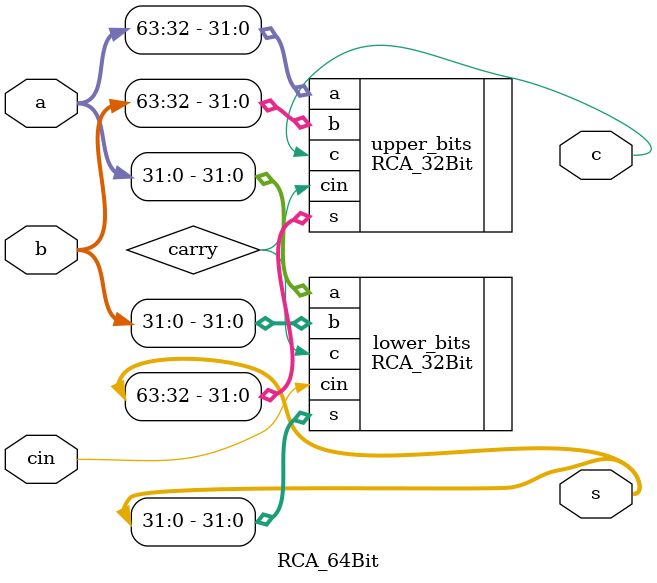
<source format=v>
`timescale 1ns / 1ps
module RCA_64Bit(a, b, cin, s, c);
	input [63:0] a;
	input [63:0] b;
	input cin;
	output [63:0] s;
	output c;
	
	wire carry;
	
	RCA_32Bit lower_bits(
		.a(a[31:0]),
		.b(b[31:0]),
		.cin(cin),
		.s(s[31:0]),
		.c(carry)
	);	
	
	RCA_32Bit upper_bits(
		.a(a[63:32]),
		.b(b[63:32]),
		.cin(carry),
		.s(s[63:32]),
		.c(c)
	);	

endmodule
</source>
